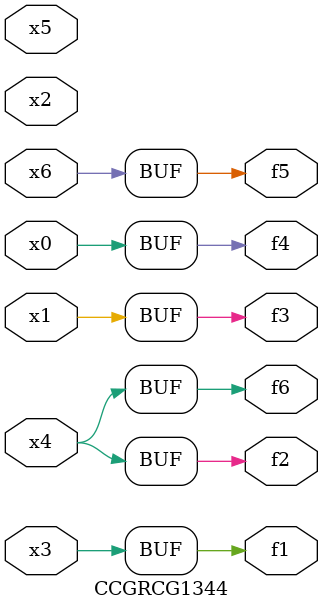
<source format=v>
module CCGRCG1344(
	input x0, x1, x2, x3, x4, x5, x6,
	output f1, f2, f3, f4, f5, f6
);
	assign f1 = x3;
	assign f2 = x4;
	assign f3 = x1;
	assign f4 = x0;
	assign f5 = x6;
	assign f6 = x4;
endmodule

</source>
